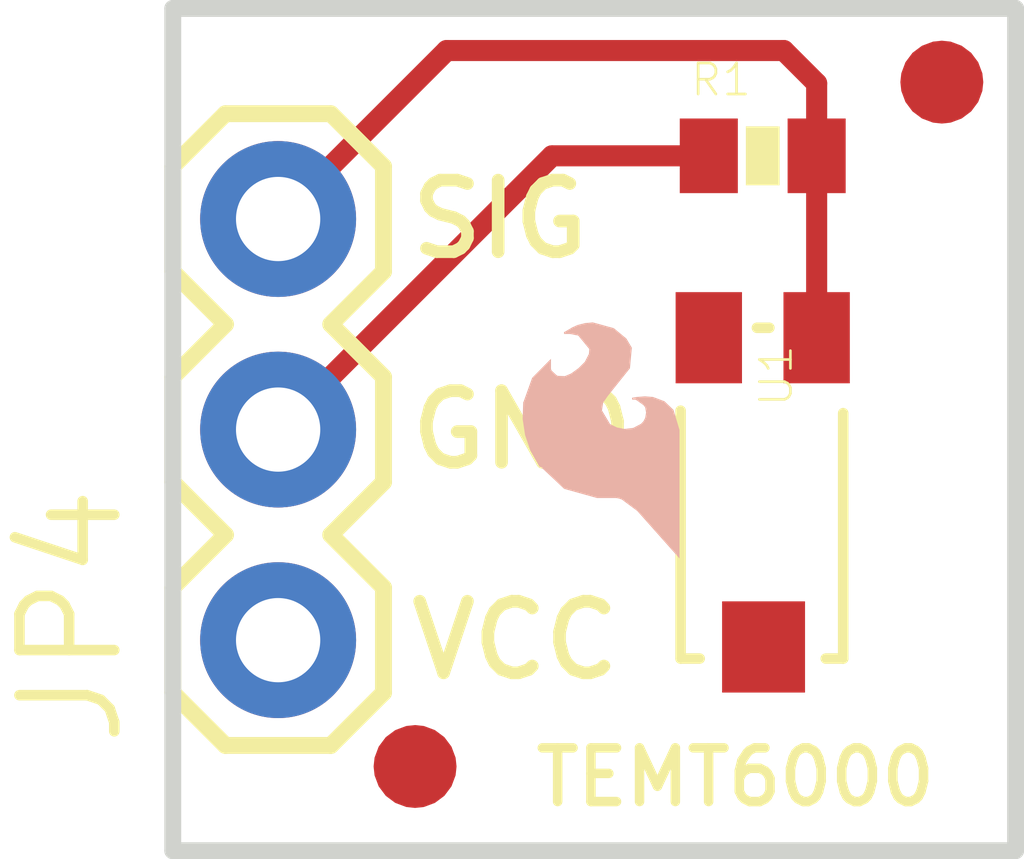
<source format=kicad_pcb>
(kicad_pcb (version 20211014) (generator pcbnew)
  (layers (0 "F.Cu" signal) (1 "In1.Cu" signal) (2 "In2.Cu" signal) (3 "In3.Cu" signal) (4 "In4.Cu" signal) (5 "In5.Cu" signal) (6 "In6.Cu" signal) (7 "In7.Cu" signal) (8 "In8.Cu" signal) (9 "In9.Cu" signal) (10 "In10.Cu" signal) (11 "In11.Cu" signal) (12 "In12.Cu" signal) (13 "In13.Cu" signal) (14 "In14.Cu" signal) (31 "B.Cu" signal) (34 "B.Paste" user) (35 "F.Paste" user) (36 "B.SilkS" user "B.Silkscreen") (37 "F.SilkS" user "F.Silkscreen") (38 "B.Mask" user) (39 "F.Mask" user) (44 "Edge.Cuts" user))
  (net 0 "")
  (net 1 "S")
  (net 2 "VCC")
  (net 3 "GND")
  (footprint "boardEagle:FIDUCIAL-1X2" (layer "F.Cu") (at 152.6921 100.8126)
    (fp_text reference "E$1" hide)
    (fp_text value "" hide)
    (pad "1" smd roundrect (at 0 0) (size 1 1) (layers "F.Cu" "F.Mask") (roundrect_rratio 0.5))
  )
  (footprint "boardEagle:TEMT6000-SEN" (layer "F.Cu") (at 150.5331 105.7656 -90)
    (fp_text reference "U1" (at -1.016 -0.381 -90) (layer "F.SilkS") (effects (font (size 0.373888 0.373888) (thickness 0.032512)) (justify left bottom)))
    (fp_text value "TEMT6000")
    (fp_line (start 2 0.76) (end 2 0.99) (layer "F.SilkS") (width 0.127))
    (fp_line (start 2 -0.76) (end 2 -0.97) (layer "F.SilkS") (width 0.127))
    (fp_line (start 2 -0.97) (end -0.96 -0.97) (layer "F.SilkS") (width 0.127))
    (fp_line (start 2 0.99) (end -0.99 0.99) (layer "F.SilkS") (width 0.127))
    (fp_line (start -1.99 0.07) (end -1.99 -0.08) (layer "F.SilkS") (width 0.127))
    (pad "BASE" smd rect (at -1.87 0.65 270) (size 1.1 0.8) (layers "F.Cu" "F.Paste" "F.Mask"))
    (pad "COLLECTOR" smd rect (at 1.86 -0.01 270) (size 1.1 1) (layers "F.Cu" "F.Paste" "F.Mask") (net 2 "VCC"))
    (pad "EMITTER" smd rect (at -1.87 -0.65 270) (size 1.1 0.8) (layers "F.Cu" "F.Paste" "F.Mask") (net 1 "S"))
  )
  (footprint "boardEagle:0402-RES" (layer "F.Cu") (at 150.5331 101.7016)
    (fp_text reference "R1" (at -0.889 -0.6985) (layer "F.SilkS") (effects (font (size 0.373888 0.373888) (thickness 0.032512)) (justify left bottom)))
    (fp_text value "10K")
    (fp_poly (pts (xy -0.2032 0.3556) (xy 0.2032 0.3556) (xy 0.2032 -0.3556) (xy -0.2032 -0.3556)) (layer "F.SilkS") (width 0) (fill solid))
    (pad "1" smd rect (at -0.65 0) (size 0.7 0.9) (layers "F.Cu" "F.Paste" "F.Mask") (net 3 "GND"))
    (pad "2" smd rect (at 0.65 0) (size 0.7 0.9) (layers "F.Cu" "F.Paste" "F.Mask") (net 1 "S"))
  )
  (footprint "boardEagle:FIDUCIAL-1X2" (layer "F.Cu") (at 146.3421 109.0676)
    (fp_text reference "E$2" hide)
    (fp_text value "" hide)
    (pad "1" smd roundrect (at 0 0) (size 1 1) (layers "F.Cu" "F.Mask") (roundrect_rratio 0.5))
  )
  (footprint "boardEagle:1X03" (layer "F.Cu") (at 144.6911 107.5436 90)
    (fp_text reference "JP4" (at -1.3462 -1.8288 90) (layer "F.SilkS") (effects (font (size 1.143 1.143) (thickness 0.127)) (justify left bottom)))
    (fp_text value "")
    (fp_line (start 0.635 1.27) (end -0.635 1.27) (layer "F.SilkS") (width 0.2032))
    (fp_line (start 3.175 -1.27) (end 3.81 -0.635) (layer "F.SilkS") (width 0.2032))
    (fp_line (start 6.35 -0.635) (end 6.35 0.635) (layer "F.SilkS") (width 0.2032))
    (fp_line (start 6.35 0.635) (end 5.715 1.27) (layer "F.SilkS") (width 0.2032))
    (fp_line (start -0.635 -1.27) (end -1.27 -0.635) (layer "F.SilkS") (width 0.2032))
    (fp_line (start 4.445 -1.27) (end 5.715 -1.27) (layer "F.SilkS") (width 0.2032))
    (fp_line (start 1.27 -0.635) (end 1.905 -1.27) (layer "F.SilkS") (width 0.2032))
    (fp_line (start 1.905 1.27) (end 1.27 0.635) (layer "F.SilkS") (width 0.2032))
    (fp_line (start -1.27 -0.635) (end -1.27 0.635) (layer "F.SilkS") (width 0.2032))
    (fp_line (start 5.715 1.27) (end 4.445 1.27) (layer "F.SilkS") (width 0.2032))
    (fp_line (start 5.715 -1.27) (end 6.35 -0.635) (layer "F.SilkS") (width 0.2032))
    (fp_line (start -0.635 -1.27) (end 0.635 -1.27) (layer "F.SilkS") (width 0.2032))
    (fp_line (start -1.27 0.635) (end -0.635 1.27) (layer "F.SilkS") (width 0.2032))
    (fp_line (start 3.175 1.27) (end 1.905 1.27) (layer "F.SilkS") (width 0.2032))
    (fp_line (start 1.905 -1.27) (end 3.175 -1.27) (layer "F.SilkS") (width 0.2032))
    (fp_line (start 3.81 -0.635) (end 4.445 -1.27) (layer "F.SilkS") (width 0.2032))
    (fp_line (start 1.27 0.635) (end 0.635 1.27) (layer "F.SilkS") (width 0.2032))
    (fp_line (start 3.81 0.635) (end 3.175 1.27) (layer "F.SilkS") (width 0.2032))
    (fp_line (start 0.635 -1.27) (end 1.27 -0.635) (layer "F.SilkS") (width 0.2032))
    (fp_line (start 4.445 1.27) (end 3.81 0.635) (layer "F.SilkS") (width 0.2032))
    (pad "1" thru_hole circle (at 0 0 180) (size 1.8796 1.8796) (drill 1.016) (layers *.Cu *.Mask) (net 2 "VCC"))
    (pad "2" thru_hole circle (at 2.54 0 180) (size 1.8796 1.8796) (drill 1.016) (layers *.Cu *.Mask) (net 3 "GND"))
    (pad "3" thru_hole circle (at 5.08 0 180) (size 1.8796 1.8796) (drill 1.016) (layers *.Cu *.Mask) (net 1 "S"))
  )
  (footprint "boardEagle:SFE-LOGO-FLAME" (layer "B.Cu") (at 149.5171 106.5276 180)
    (fp_text reference "U$1" hide)
    (fp_text value "LOGO-SFESK" hide)
    (fp_poly (pts (xy 1.126002 2.808203) (xy 1.215449 2.785829) (xy 1.228477 2.780783) (xy 1.240149 2.774875) (xy 1.25686 2.766576) (xy 1.275552 2.759834) (xy 1.371694 2.7026) (xy 1.3793 2.7026) (xy 1.3793 2.6772) (xy 1.306833 2.6772) (xy 1.208418 2.657914) (xy 1.074855 2.495286) (xy 1.079365 2.436825) (xy 1.12809 2.341869) (xy 1.204666 2.265196) (xy 1.294069 2.200638) (xy 1.369348 2.168824) (xy 1.450737 2.171632) (xy 1.458864 2.174186) (xy 1.466257 2.177389) (xy 1.530514 2.236956) (xy 1.5368 2.259812) (xy 1.5368 2.377938) (xy 1.763707 2.148127) (xy 1.868186 1.856841) (xy 1.871603 1.856894) (xy 1.87806 1.650435) (xy 1.848857 1.45742) (xy 1.785308 1.272842) (xy 1.6663 1.061578) (xy 1.6663 1.080581) (xy 1.378131 0.80901) (xy 0.982239 0.6985) (xy 0.753005 0.6985) (xy 0.716201 0.692046) (xy 0.681776 0.679592) (xy 0.496322 0.541784) (xy -0.0126 -0.03091) (xy -0.0126 1.52077) (xy 0.060004 1.761967) (xy 0.168295 1.865489) (xy 0.307122 1.917522) (xy 0.4039 1.925089) (xy 0.499384 1.917623) (xy 0.55991 1.908099) (xy 0.557788 1.884433) (xy 0.522216 1.885242) (xy 0.501784 1.876141) (xy 0.420519 1.817154) (xy 0.400722 1.79067) (xy 0.390395 1.7285) (xy 0.400905 1.665229) (xy 0.421405 1.625174) (xy 0.452343 1.592685) (xy 0.546535 1.54355) (xy 0.652229 1.531742) (xy 0.742768 1.550084) (xy 0.82422 1.589656) (xy 0.92203 1.754659) (xy 0.907706 1.848844) (xy 0.850914 1.930401) (xy 0.584707 2.263237) (xy 0.561667 2.510855) (xy 0.627495 2.621556) (xy 0.629042 2.623103) (xy 0.778901 2.74712) (xy 1.032676 2.817064)) (layer "B.SilkS") (width 0) (fill solid))
  )
  (gr_line (start 153.5811 99.9236) (end 143.4211 99.9236) (layer "Edge.Cuts") (width 0.2032))
  (gr_line (start 143.4211 99.9236) (end 143.4211 110.0836) (layer "Edge.Cuts") (width 0.2032))
  (gr_line (start 143.4211 110.0836) (end 153.5811 110.0836) (layer "Edge.Cuts") (width 0.2032))
  (gr_line (start 153.5811 110.0836) (end 153.5811 99.9236) (layer "Edge.Cuts") (width 0.2032))
  (gr_text "SIG" (at 146.2151 102.9716) (layer "F.SilkS") (effects (font (size 0.8636 0.8636) (thickness 0.1524)) (justify left bottom)))
  (gr_text "GND" (at 146.2151 105.5116) (layer "F.SilkS") (effects (font (size 0.8636 0.8636) (thickness 0.1524)) (justify left bottom)))
  (gr_text "TEMT6000" (at 147.7391 109.5756) (layer "F.SilkS") (effects (font (size 0.6477 0.6477) (thickness 0.1143)) (justify left bottom)))
  (gr_text "VCC" (at 146.2151 108.0516) (layer "F.SilkS") (effects (font (size 0.8636 0.8636) (thickness 0.1524)) (justify left bottom)))
  (segment (start 151.1831 101.7016) (end 151.1831 103.8756) (width 0.254) (layer "F.Cu") (net 1))
  (segment (start 151.1831 103.8756) (end 151.2031 103.8956) (width 0.254) (layer "F.Cu") (net 1))
  (segment (start 150.7871 100.4316) (end 151.1831 100.8276) (width 0.254) (layer "F.Cu") (net 1))
  (segment (start 151.1831 100.8276) (end 151.1831 101.7016) (width 0.254) (layer "F.Cu") (net 1))
  (segment (start 151.2031 103.8956) (end 151.1831 103.8956) (width 0.254) (layer "F.Cu") (net 1))
  (segment (start 144.6911 102.4636) (end 146.7231 100.4316) (width 0.254) (layer "F.Cu") (net 1))
  (segment (start 151.2031 103.8956) (end 151.2951 103.9876) (width 0.254) (layer "F.Cu") (net 1))
  (segment (start 146.7231 100.4316) (end 150.7871 100.4316) (width 0.254) (layer "F.Cu") (net 1))
  (segment (start 144.6911 105.0036) (end 147.9931 101.7016) (width 0.254) (layer "F.Cu") (net 3))
  (segment (start 147.9931 101.7016) (end 149.8831 101.7016) (width 0.254) (layer "F.Cu") (net 3))
)
</source>
